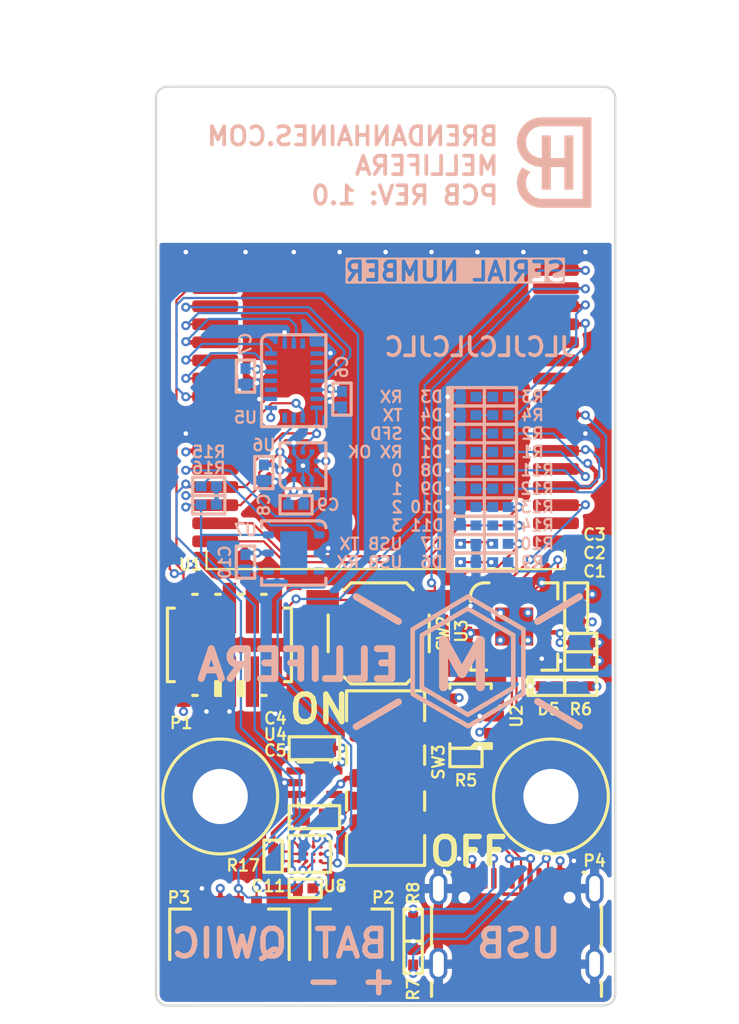
<source format=kicad_pcb>
(kicad_pcb (version 20221018) (generator pcbnew)

  (general
    (thickness 1.6)
  )

  (paper "USLetter")
  (title_block
    (title "${PROJECT_NAME}")
    (date "2022-09-27")
    (rev "${PCB_REVISION}")
    (company "Brendan Haines")
  )

  (layers
    (0 "F.Cu" signal)
    (1 "In1.Cu" signal)
    (2 "In2.Cu" signal)
    (31 "B.Cu" signal)
    (32 "B.Adhes" user "B.Adhesive")
    (33 "F.Adhes" user "F.Adhesive")
    (34 "B.Paste" user)
    (35 "F.Paste" user)
    (36 "B.SilkS" user "B.Silkscreen")
    (37 "F.SilkS" user "F.Silkscreen")
    (38 "B.Mask" user)
    (39 "F.Mask" user)
    (40 "Dwgs.User" user "User.Drawings")
    (41 "Cmts.User" user "User.Comments")
    (42 "Eco1.User" user "User.Eco1")
    (43 "Eco2.User" user "User.Eco2")
    (44 "Edge.Cuts" user)
    (45 "Margin" user)
    (46 "B.CrtYd" user "B.Courtyard")
    (47 "F.CrtYd" user "F.Courtyard")
    (48 "B.Fab" user)
    (49 "F.Fab" user)
    (50 "User.1" user)
    (51 "User.2" user)
    (52 "User.3" user)
    (53 "User.4" user)
    (54 "User.5" user)
    (55 "User.6" user)
    (56 "User.7" user)
    (57 "User.8" user)
    (58 "User.9" user)
  )

  (setup
    (stackup
      (layer "F.SilkS" (type "Top Silk Screen"))
      (layer "F.Paste" (type "Top Solder Paste"))
      (layer "F.Mask" (type "Top Solder Mask") (thickness 0.01))
      (layer "F.Cu" (type "copper") (thickness 0.035))
      (layer "dielectric 1" (type "core") (thickness 0.48) (material "FR4") (epsilon_r 4.5) (loss_tangent 0.02))
      (layer "In1.Cu" (type "copper") (thickness 0.035))
      (layer "dielectric 2" (type "prepreg") (thickness 0.48) (material "FR4") (epsilon_r 4.5) (loss_tangent 0.02))
      (layer "In2.Cu" (type "copper") (thickness 0.035))
      (layer "dielectric 3" (type "core") (thickness 0.48) (material "FR4") (epsilon_r 4.5) (loss_tangent 0.02))
      (layer "B.Cu" (type "copper") (thickness 0.035))
      (layer "B.Mask" (type "Bottom Solder Mask") (thickness 0.01))
      (layer "B.Paste" (type "Bottom Solder Paste"))
      (layer "B.SilkS" (type "Bottom Silk Screen"))
      (copper_finish "None")
      (dielectric_constraints no)
    )
    (pad_to_mask_clearance 0)
    (grid_origin 127 76.2)
    (pcbplotparams
      (layerselection 0x00010fc_ffffffff)
      (plot_on_all_layers_selection 0x0000000_00000000)
      (disableapertmacros false)
      (usegerberextensions false)
      (usegerberattributes true)
      (usegerberadvancedattributes true)
      (creategerberjobfile true)
      (dashed_line_dash_ratio 12.000000)
      (dashed_line_gap_ratio 3.000000)
      (svgprecision 4)
      (plotframeref false)
      (viasonmask false)
      (mode 1)
      (useauxorigin false)
      (hpglpennumber 1)
      (hpglpenspeed 20)
      (hpglpendiameter 15.000000)
      (dxfpolygonmode true)
      (dxfimperialunits true)
      (dxfusepcbnewfont true)
      (psnegative false)
      (psa4output false)
      (plotreference true)
      (plotvalue true)
      (plotinvisibletext false)
      (sketchpadsonfab false)
      (subtractmaskfromsilk false)
      (outputformat 1)
      (mirror false)
      (drillshape 0)
      (scaleselection 1)
      (outputdirectory "output")
    )
  )

  (property "PCB_REVISION" "1.0")
  (property "PROJECT_NAME" "MELLIFERA")

  (net 0 "")
  (net 1 "Net-(D1-PadA)")
  (net 2 "GND")
  (net 3 "Net-(D2-PadA)")
  (net 4 "Net-(D3-PadA)")
  (net 5 "Net-(D4-PadA)")
  (net 6 "/SWDIO")
  (net 7 "/SWCLK")
  (net 8 "unconnected-(P1-SWO{slash}TDO)")
  (net 9 "unconnected-(P1-NC{slash}TDI)")
  (net 10 "/N_RESET")
  (net 11 "/RX_OK_LED")
  (net 12 "/SFD_LED")
  (net 13 "/RX_LED")
  (net 14 "/TX_LED")
  (net 15 "unconnected-(U1-VCCIO_TP)")
  (net 16 "unconnected-(U1-READY)")
  (net 17 "unconnected-(U1-SPIS_MISO)")
  (net 18 "unconnected-(U1-SPIS_MOSI)")
  (net 19 "unconnected-(U1-SPIS_CLK)")
  (net 20 "unconnected-(U1-SPIS_CSn)")
  (net 21 "Net-(D5-PadA)")
  (net 22 "Net-(U2-STAT)")
  (net 23 "Net-(U2-PROG)")
  (net 24 "/USB_VBUS")
  (net 25 "/VBAT")
  (net 26 "/RX")
  (net 27 "/TX")
  (net 28 "Net-(U3-CBUS1)")
  (net 29 "Net-(U3-CBUS2)")
  (net 30 "unconnected-(U3-~{CTS})")
  (net 31 "unconnected-(U3-CBUS0)")
  (net 32 "unconnected-(U3-CBUS3)")
  (net 33 "unconnected-(U3-~{RTS})")
  (net 34 "/SDA")
  (net 35 "/SCL")
  (net 36 "Net-(D8-PadA)")
  (net 37 "Net-(D9-PadA)")
  (net 38 "Net-(D10-PadA)")
  (net 39 "Net-(D11-PadA)")
  (net 40 "/LED0")
  (net 41 "/LED1")
  (net 42 "/LED2")
  (net 43 "/LED3")
  (net 44 "VDC_3V3")
  (net 45 "unconnected-(U4-NC)")
  (net 46 "/FTDI/VDC_3V3_USB")
  (net 47 "/FTDI/N_LED_RX")
  (net 48 "/FTDI/N_LED_TX")
  (net 49 "/N_BUTTON")
  (net 50 "/INT5")
  (net 51 "/INT4")
  (net 52 "/INT1")
  (net 53 "/INT3")
  (net 54 "/INT2")
  (net 55 "/INT_DRDY")
  (net 56 "/INT_BARO")
  (net 57 "/USB_D_P")
  (net 58 "/USB_D_N")
  (net 59 "unconnected-(U5-CSB2)")
  (net 60 "unconnected-(U5-NC)")
  (net 61 "unconnected-(U5-CSB1)")
  (net 62 "unconnected-(U5-NC)_1")
  (net 63 "Net-(P4-CC1)")
  (net 64 "unconnected-(P4-SBU1)")
  (net 65 "Net-(P4-CC2)")
  (net 66 "unconnected-(P4-SBU2)")
  (net 67 "unconnected-(U7-PAD)")
  (net 68 "unconnected-(U7-NC)_1")
  (net 69 "unconnected-(U7-NC)")
  (net 70 "unconnected-(U8-NC)_1")
  (net 71 "unconnected-(U8-NC)")
  (net 72 "/INT_POW")
  (net 73 "Net-(U8-IN-)")
  (net 74 "Net-(U8-IN+)")
  (net 75 "unconnected-(SW3-C)_1")
  (net 76 "unconnected-(SW3-C)")
  (net 77 "Net-(#FLG0102-pwr)")
  (net 78 "Net-(SW3-B)")

  (footprint "common:C0603" (layer "F.Cu") (at 137.541 96.393 90))

  (footprint "common:TIE_5X5" (layer "F.Cu") (at 121.412 110.382 180))

  (footprint "common:R0402" (layer "F.Cu") (at 128.524 113.919 -90))

  (footprint "common:MH120X230_#4" (layer "F.Cu") (at 117.856 106.807))

  (footprint "common:TIE_5X5" (layer "F.Cu") (at 121.412 109.855 180))

  (footprint "jst:SM02B-SRSS-TB" (layer "F.Cu") (at 125.095 117.856 90))

  (footprint "common:DWM1001C" (layer "F.Cu") (at 127 76.2))

  (footprint "common:BGA40P165X139X63-12-TI_YFF" (layer "F.Cu") (at 122.809 109.982 -90))

  (footprint "common:MC-311D" (layer "F.Cu") (at 134.239 116.078))

  (footprint "common:SOT-23-5" (layer "F.Cu") (at 131.699 102.362 180))

  (footprint "common:C0603" (layer "F.Cu") (at 123.063 107.95))

  (footprint "common:R0402" (layer "F.Cu") (at 131.445 104.648))

  (footprint "common:QFN65P400X400X80-16P_FT230XQ" (layer "F.Cu") (at 134.112 97.409))

  (footprint "common:C0402" (layer "F.Cu") (at 137.795 98.298))

  (footprint "common:C0603" (layer "F.Cu") (at 123.063 104.14 180))

  (footprint "common:R0402" (layer "F.Cu") (at 128.524 115.697 90))

  (footprint "common:MH120X230_#4" (layer "F.Cu") (at 136.144 106.807))

  (footprint "common:R0402" (layer "F.Cu") (at 137.795 100.711 180))

  (footprint "common:R0402" (layer "F.Cu") (at 120.777 110.109 90))

  (footprint "common:C0402" (layer "F.Cu") (at 137.795 99.314))

  (footprint "common:JS202011JCQN" (layer "F.Cu") (at 127 105.791 -90))

  (footprint "common:C0402" (layer "F.Cu") (at 122.555 111.887 180))

  (footprint "common:LED0402" (layer "F.Cu") (at 136.017 100.711))

  (footprint "common:SOT-353" (layer "F.Cu") (at 123.063 106.045))

  (footprint "jst:SM04B-SRSS-TB" (layer "F.Cu") (at 118.364 117.856 90))

  (footprint "common:PinHeader_2x05_P1.27mm_Vertical-Samtec_FTSH-105-01-F-DV-K" (layer "F.Cu") (at 118.364 98.425 90))

  (footprint "common:SPST_SKQG" (layer "F.Cu") (at 126.619 97.79))

  (footprint "common:R0402" (layer "B.Cu") (at 133.35 87.757 180))

  (footprint "common:R0402" (layer "B.Cu") (at 133.35 85.725 180))

  (footprint "common:LED0402" (layer "B.Cu") (at 131.572 88.773))

  (footprint "common:LED0402" (layer "B.Cu") (at 131.572 86.741))

  (footprint "common:C0402" (layer "B.Cu") (at 124.587 84.836 -90))

  (footprint "common:LED0402" (layer "B.Cu") (at 131.572 91.821))

  (footprint "common:LGA20-BMX055" (layer "B.Cu") (at 121.92 83.82 180))

  (footprint "common:LED0402" (layer "B.Cu") (at 131.572 90.805))

  (footprint "common:LED0402" (layer "B.Cu") (at 131.572 89.789))

  (footprint "common:R0402" (layer "B.Cu") (at 133.35 88.773 180))

  (footprint "common:LED0402" (layer "B.Cu") (at 131.572 92.837))

  (footprint "common:R0402" (layer "B.Cu") (at 133.35 91.821 180))

  (footprint "common:LED0402" (layer "B.Cu") (at 131.572 87.757))

  (footprint "common:C0402" (layer "B.Cu") (at 120.269 88.9 -90))

  (footprint "common:R0402" (layer "B.Cu") (at 133.35 90.805 180))

  (footprint "common:R0402" (layer "B.Cu") (at 133.35 84.709 180))

  (footprint "common:R0402" (layer "B.Cu") (at 133.35 93.853 180))

  (footprint "common:LED0402" (layer "B.Cu") (at 131.572 84.709))

  (footprint "common:LED0402" (layer "B.Cu") (at 131.572 93.853))

  (footprint "common:R0402" (layer "B.Cu") (at 133.35 86.741 180))

  (footprint "common:C0402" (layer "B.Cu") (at 122.047 90.678))

  (footprint "common:LED0402" (layer "B.Cu") (at 131.572 85.725))

  (footprint "common:C0402" (layer "B.Cu") (at 119.253 93.853 -90))

  (footprint "common:LGA10-BMP388" (layer "B.Cu") (at 122.428 88.519))

  (footprint "common:R0402" (layer "B.Cu") (at 117.221 89.662 180))

  (footprint "common:R0402" (layer "B.Cu") (at 117.221 90.678 180))

  (footprint "common:HDC1080DMBR" (layer "B.Cu")
    (tstamp df8e5975-7741-4127-99f0-056647cf0b33)
    (at 121.92 93.345 180)
    (property "LCSC" "C82227")
    (property "Manufacturer" "Texas Instruments")
    (property "ManufacturerPartNumber" "HDC1080DMBR")
    (property "Sheetfile" "mellifera.kicad_sch")
    (property "Sheetname" "")
    (property "ki_description" "Sensor, Temperature/Humidity, I2C")
    (path "/6fe5e11d-b660-4afa-b33f-a024e524c2c2")
    (attr smd)
    (fp_text reference "U7" (at 2.667 1.27) (layer "B.SilkS")
        (effects (font (size 0.635 0.635) (thickness 0.127)) (justify mirror))
      (tstamp fb663c65-b7a1-4d50-9d8b-13d47531b6bd)
    )
    (fp_text value "~" (at 0 -0.889) (layer "B.Fab") hide
        (effects (font (size 0.635 0.635) (thickness 0.127)) (justify mirror))
      (tstamp 5c43a8fc-bbe8-47c7-9be7-cf5261d48db5)
    )
    (fp_text user "${REFERENCE}" (at 0 0.762) (layer "B.Fab")
 
... [890916 chars truncated]
</source>
